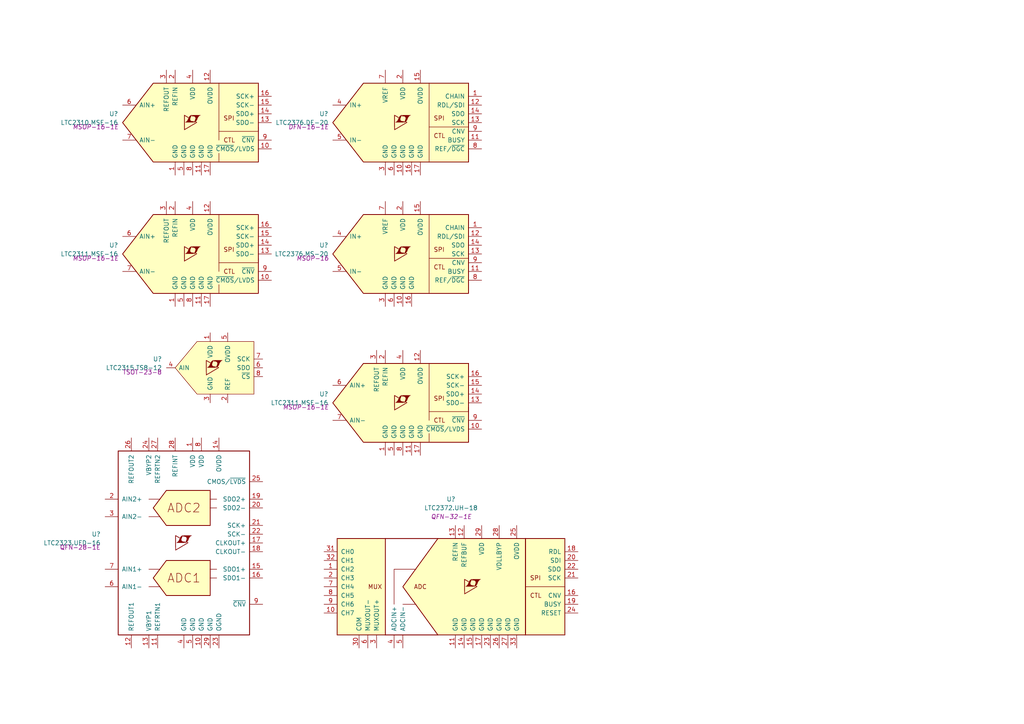
<source format=kicad_sch>
(kicad_sch (version 20201015) (generator eeschema)
  (paper "A4")
  (lib_symbols
    (symbol "ADI_DataConversion:LTC2310.MSE-16" (pin_names (offset 1.016))
      (property "Reference" "U" (at 7.62 12.7 0))
      (property "Value" "LTC2310.MSE-16" (at 7.62 -12.7 0))
      (symbol "LTC2310.MSE-16_0_0"
        (text "CTL" (at 8.89 -5.08 0) (effects (font (size 1.27 1.27)) (justify left)))
        (text "SPI" (at 8.89 1.27 0) (effects (font (size 1.27 1.27)) (justify left)))
        (polyline (pts (xy 0.5842 0.1016) (xy 0.762 0.2032) (xy 0.9144 0.3556) (xy 1.2192 0.762) (xy 1.3208 1.016) (xy 1.397 1.27) (xy 1.5494 1.5494) (xy 1.7272 1.778) (xy 1.905 1.9812) (xy 2.1082 2.1082) (xy 2.2606 2.159) (xy -0.0762 2.159) (xy -0.1524 2.032) (xy -0.1524 2.0066) (xy -0.2032 1.9304) (xy -0.2286 1.905) (xy -0.1778 1.8796) (xy 0.1016 1.8796) (xy 0.3556 1.8542) (xy 0.5588 1.778) (xy 0.7112 1.651) (xy 0.8128 1.4986) (xy 0.8636 1.3208) (xy 0.8382 1.0922) (xy 0.8382 1.0668) (xy 0.6096 0.4572) (xy 0.508 0.2794) (xy 0.4064 0.1524) (xy 0.3302 0.0762) (xy 0.4318 0.0762) (xy 0.5842 0.1016)) (stroke (width 0.0254)) (fill (type outline)))
        (polyline (pts (xy 0.2286 0.1778) (xy 0.254 0.2032) (xy 0.3048 0.2794) (xy 0.3048 0.3302) (xy 0.254 0.3556) (xy -0.0508 0.3556) (xy -0.3048 0.381) (xy -0.508 0.4826) (xy -0.6604 0.5842) (xy -0.7366 0.762) (xy -0.762 0.9398) (xy -0.7366 1.1684) (xy -0.7366 1.1938) (xy -0.6858 1.3462) (xy -0.5334 1.7018) (xy -0.381 2.0066) (xy -0.3048 2.0828) (xy -0.2286 2.1844) (xy -0.3556 2.159) (xy -0.508 2.1082) (xy -0.7112 1.9812) (xy -0.889 1.8034) (xy -1.0414 1.6002) (xy -1.1684 1.3208) (xy -1.1684 1.2954) (xy -1.3208 0.9652) (xy -1.4478 0.6858) (xy -1.6002 0.4572) (xy -1.7526 0.3048) (xy -1.9304 0.1778) (xy -2.1082 0.0762) (xy 0.1778 0.0762) (xy 0.2286 0.1778)) (stroke (width 0.0254)) (fill (type outline)))
        (polyline (pts (xy -2.3622 -2.1082) (xy -2.286 -2.0574) (xy -2.159 -1.9812) (xy -2.0828 -1.9304) (xy -1.8288 -1.778) (xy -1.27 -1.4732) (xy -0.762 -1.1684) (xy -0.5334 -1.016) (xy -0.3556 -0.9144) (xy -0.2032 -0.8128) (xy -0.1016 -0.762) (xy -0.0254 -0.7112) (xy 0.127 -0.635) (xy 0.3048 -0.5334) (xy 0.7112 -0.2794) (xy 0.889 -0.1778) (xy 1.0414 -0.0762) (xy 1.143 0) (xy 1.2192 0.0508) (xy 1.2446 0.0762) (xy 1.0922 0.1778) (xy 0.9398 0.2286) (xy 0.9144 0.2032) (xy 0.9144 0.1778) (xy 0.9906 0.127) (xy 1.0922 0.0508) (xy 0.1778 -0.4826) (xy -0.0254 -0.6096) (xy -0.3302 -0.7874) (xy -0.6604 -0.9652) (xy -0.9652 -1.1684) (xy -1.27 -1.3462) (xy -1.524 -1.4986) (xy -1.7272 -1.6002) (xy -1.905 -1.7272) (xy -2.0828 -1.8034) (xy -2.2098 -1.8796) (xy -2.3114 -1.9304) (xy -2.3368 -1.9558) (xy -2.3368 2.032) (xy -1.8034 1.7272) (xy -1.6764 1.651) (xy -1.524 1.5494) (xy -1.3716 1.4732) (xy -1.2954 1.4478) (xy -1.2446 1.4224) (xy -1.2192 1.4224) (xy -1.2192 1.4732) (xy -1.2954 1.524) (xy -1.4224 1.6256) (xy -1.6002 1.7272) (xy -1.7272 1.8034) (xy -2.0828 2.0066) (xy -2.2098 2.0828) (xy -2.4638 2.2098) (xy -2.4638 -1.0668) (xy -2.4384 -1.3716) (xy -2.4384 -2.1336) (xy -2.413 -2.1336) (xy -2.3622 -2.1082)) (stroke (width 0.0254)) (fill (type outline)))
      )
      (symbol "LTC2310.MSE-16_0_1"
        (polyline (pts (xy 7.62 -11.43) (xy 7.62 -8.89)))
        (polyline (pts (xy 7.62 11.43) (xy 7.62 -5.08)))
        (polyline (pts (xy 7.62 -2.54) (xy 19.05 -2.54) (xy 19.05 -1.27)))
        (polyline (pts (xy 19.05 11.43) (xy 19.05 -11.43) (xy -11.43 -11.43) (xy -20.32 0) (xy -11.43 11.43) (xy 19.05 11.43)) (stroke (width 0.254)) (fill (type background)))
      )
      (symbol "LTC2310.MSE-16_1_1"
        (pin power_in line (at -5.08 -15.24 90) (length 3.81) (name "GND") (number "1"))
        (pin input line (at 22.86 -7.62 180) (length 3.81) (name "~CMOS~/LVDS") (number "10"))
        (pin power_in line (at 2.54 -15.24 90) (length 3.81) (name "GND") (number "11"))
        (pin power_in line (at 5.08 15.24 270) (length 3.81) (name "OVDD") (number "12"))
        (pin output line (at 22.86 0 180) (length 3.81) (name "SDO-") (number "13"))
        (pin output line (at 22.86 2.54 180) (length 3.81) (name "SDO+") (number "14"))
        (pin input line (at 22.86 5.08 180) (length 3.81) (name "SCK-") (number "15"))
        (pin input line (at 22.86 7.62 180) (length 3.81) (name "SCK+") (number "16"))
        (pin power_in line (at 5.08 -15.24 90) (length 3.81) (name "GND") (number "17"))
        (pin passive line (at -5.08 15.24 270) (length 3.81) (name "REFIN") (number "2"))
        (pin passive line (at -7.62 15.24 270) (length 3.81) (name "REFOUT") (number "3"))
        (pin power_in line (at 0 15.24 270) (length 3.81) (name "VDD") (number "4"))
        (pin power_in line (at -2.54 -15.24 90) (length 3.81) (name "GND") (number "5"))
        (pin input line (at -20.32 5.08 0) (length 3.81) (name "AIN+") (number "6"))
        (pin input line (at -20.32 -5.08 0) (length 3.81) (name "AIN-") (number "7"))
        (pin power_in line (at 0 -15.24 90) (length 3.81) (name "GND") (number "8"))
        (pin input line (at 22.86 -5.08 180) (length 3.81) (name "~CNV~") (number "9"))
      )
    )
    (symbol "ADI_DataConversion:LTC2311.MSE-16" (pin_names (offset 1.016))
      (property "Reference" "U" (at 7.62 12.7 0))
      (property "Value" "LTC2311.MSE-16" (at 7.62 -12.7 0))
      (symbol "LTC2311.MSE-16_0_0"
        (text "CTL" (at 8.89 -5.08 0) (effects (font (size 1.27 1.27)) (justify left)))
        (text "SPI" (at 8.89 1.27 0) (effects (font (size 1.27 1.27)) (justify left)))
        (polyline (pts (xy 0.5842 0.1016) (xy 0.762 0.2032) (xy 0.9144 0.3556) (xy 1.2192 0.762) (xy 1.3208 1.016) (xy 1.397 1.27) (xy 1.5494 1.5494) (xy 1.7272 1.778) (xy 1.905 1.9812) (xy 2.1082 2.1082) (xy 2.2606 2.159) (xy -0.0762 2.159) (xy -0.1524 2.032) (xy -0.1524 2.0066) (xy -0.2032 1.9304) (xy -0.2286 1.905) (xy -0.1778 1.8796) (xy 0.1016 1.8796) (xy 0.3556 1.8542) (xy 0.5588 1.778) (xy 0.7112 1.651) (xy 0.8128 1.4986) (xy 0.8636 1.3208) (xy 0.8382 1.0922) (xy 0.8382 1.0668) (xy 0.6096 0.4572) (xy 0.508 0.2794) (xy 0.4064 0.1524) (xy 0.3302 0.0762) (xy 0.4318 0.0762) (xy 0.5842 0.1016)) (stroke (width 0.0254)) (fill (type outline)))
        (polyline (pts (xy 0.2286 0.1778) (xy 0.254 0.2032) (xy 0.3048 0.2794) (xy 0.3048 0.3302) (xy 0.254 0.3556) (xy -0.0508 0.3556) (xy -0.3048 0.381) (xy -0.508 0.4826) (xy -0.6604 0.5842) (xy -0.7366 0.762) (xy -0.762 0.9398) (xy -0.7366 1.1684) (xy -0.7366 1.1938) (xy -0.6858 1.3462) (xy -0.5334 1.7018) (xy -0.381 2.0066) (xy -0.3048 2.0828) (xy -0.2286 2.1844) (xy -0.3556 2.159) (xy -0.508 2.1082) (xy -0.7112 1.9812) (xy -0.889 1.8034) (xy -1.0414 1.6002) (xy -1.1684 1.3208) (xy -1.1684 1.2954) (xy -1.3208 0.9652) (xy -1.4478 0.6858) (xy -1.6002 0.4572) (xy -1.7526 0.3048) (xy -1.9304 0.1778) (xy -2.1082 0.0762) (xy 0.1778 0.0762) (xy 0.2286 0.1778)) (stroke (width 0.0254)) (fill (type outline)))
        (polyline (pts (xy -2.3622 -2.1082) (xy -2.286 -2.0574) (xy -2.159 -1.9812) (xy -2.0828 -1.9304) (xy -1.8288 -1.778) (xy -1.27 -1.4732) (xy -0.762 -1.1684) (xy -0.5334 -1.016) (xy -0.3556 -0.9144) (xy -0.2032 -0.8128) (xy -0.1016 -0.762) (xy -0.0254 -0.7112) (xy 0.127 -0.635) (xy 0.3048 -0.5334) (xy 0.7112 -0.2794) (xy 0.889 -0.1778) (xy 1.0414 -0.0762) (xy 1.143 0) (xy 1.2192 0.0508) (xy 1.2446 0.0762) (xy 1.0922 0.1778) (xy 0.9398 0.2286) (xy 0.9144 0.2032) (xy 0.9144 0.1778) (xy 0.9906 0.127) (xy 1.0922 0.0508) (xy 0.1778 -0.4826) (xy -0.0254 -0.6096) (xy -0.3302 -0.7874) (xy -0.6604 -0.9652) (xy -0.9652 -1.1684) (xy -1.27 -1.3462) (xy -1.524 -1.4986) (xy -1.7272 -1.6002) (xy -1.905 -1.7272) (xy -2.0828 -1.8034) (xy -2.2098 -1.8796) (xy -2.3114 -1.9304) (xy -2.3368 -1.9558) (xy -2.3368 2.032) (xy -1.8034 1.7272) (xy -1.6764 1.651) (xy -1.524 1.5494) (xy -1.3716 1.4732) (xy -1.2954 1.4478) (xy -1.2446 1.4224) (xy -1.2192 1.4224) (xy -1.2192 1.4732) (xy -1.2954 1.524) (xy -1.4224 1.6256) (xy -1.6002 1.7272) (xy -1.7272 1.8034) (xy -2.0828 2.0066) (xy -2.2098 2.0828) (xy -2.4638 2.2098) (xy -2.4638 -1.0668) (xy -2.4384 -1.3716) (xy -2.4384 -2.1336) (xy -2.413 -2.1336) (xy -2.3622 -2.1082)) (stroke (width 0.0254)) (fill (type outline)))
      )
      (symbol "LTC2311.MSE-16_0_1"
        (polyline (pts (xy 7.62 -11.43) (xy 7.62 -8.89)))
        (polyline (pts (xy 7.62 11.43) (xy 7.62 -5.08)))
        (polyline (pts (xy 7.62 -2.54) (xy 19.05 -2.54) (xy 19.05 -1.27)))
        (polyline (pts (xy 19.05 11.43) (xy 19.05 -11.43) (xy -11.43 -11.43) (xy -20.32 0) (xy -11.43 11.43) (xy 19.05 11.43)) (stroke (width 0.254)) (fill (type background)))
      )
      (symbol "LTC2311.MSE-16_1_1"
        (pin power_in line (at -5.08 -15.24 90) (length 3.81) (name "GND") (number "1"))
        (pin input line (at 22.86 -7.62 180) (length 3.81) (name "~CMOS~/LVDS") (number "10"))
        (pin power_in line (at 2.54 -15.24 90) (length 3.81) (name "GND") (number "11"))
        (pin power_in line (at 5.08 15.24 270) (length 3.81) (name "OVDD") (number "12"))
        (pin output line (at 22.86 0 180) (length 3.81) (name "SDO-") (number "13"))
        (pin output line (at 22.86 2.54 180) (length 3.81) (name "SDO+") (number "14"))
        (pin input line (at 22.86 5.08 180) (length 3.81) (name "SCK-") (number "15"))
        (pin input line (at 22.86 7.62 180) (length 3.81) (name "SCK+") (number "16"))
        (pin power_in line (at 5.08 -15.24 90) (length 3.81) (name "GND") (number "17"))
        (pin passive line (at -5.08 15.24 270) (length 3.81) (name "REFIN") (number "2"))
        (pin passive line (at -7.62 15.24 270) (length 3.81) (name "REFOUT") (number "3"))
        (pin power_in line (at 0 15.24 270) (length 3.81) (name "VDD") (number "4"))
        (pin power_in line (at -2.54 -15.24 90) (length 3.81) (name "GND") (number "5"))
        (pin input line (at -20.32 5.08 0) (length 3.81) (name "AIN+") (number "6"))
        (pin input line (at -20.32 -5.08 0) (length 3.81) (name "AIN-") (number "7"))
        (pin power_in line (at 0 -15.24 90) (length 3.81) (name "GND") (number "8"))
        (pin input line (at 22.86 -5.08 180) (length 3.81) (name "~CNV~") (number "9"))
      )
    )
    (symbol "ADI_DataConversion:LTC2315.TS8-12" (pin_names (offset 1.016))
      (property "Reference" "U" (at 3.81 8.89 0))
      (property "Value" "LTC2315.TS8-12" (at 3.81 -8.89 0))
      (property "Datasheet" "http://www.linear.com/product/LTC2315-12" (at -2.54 0 0))
      (symbol "LTC2315.TS8-12_0_0"
        (polyline (pts (xy 10.16 -7.62) (xy 10.16 7.62) (xy -6.35 7.62) (xy -12.7 0) (xy -6.35 -7.62) (xy 10.16 -7.62)) (fill (type background)))
        (polyline (pts (xy -0.6858 0.1016) (xy -0.508 0.2032) (xy -0.3556 0.3556) (xy -0.0508 0.762) (xy 0.0508 1.016) (xy 0.127 1.27) (xy 0.2794 1.5494) (xy 0.4572 1.778) (xy 0.635 1.9812) (xy 0.8382 2.1082) (xy 0.9906 2.159) (xy -1.3462 2.159) (xy -1.4224 2.032) (xy -1.4224 2.0066) (xy -1.4732 1.9304) (xy -1.4986 1.905) (xy -1.4478 1.8796) (xy -1.1684 1.8796) (xy -0.9144 1.8542) (xy -0.7112 1.778) (xy -0.5588 1.651) (xy -0.4572 1.4986) (xy -0.4064 1.3208) (xy -0.4318 1.0922) (xy -0.4318 1.0668) (xy -0.6604 0.4572) (xy -0.762 0.2794) (xy -0.8636 0.1524) (xy -0.9398 0.0762) (xy -0.8382 0.0762) (xy -0.6858 0.1016)) (stroke (width 0.0254)) (fill (type outline)))
        (polyline (pts (xy -1.0414 0.1778) (xy -1.016 0.2032) (xy -0.9652 0.2794) (xy -0.9652 0.3302) (xy -1.016 0.3556) (xy -1.3208 0.3556) (xy -1.5748 0.381) (xy -1.778 0.4826) (xy -1.9304 0.5842) (xy -2.0066 0.762) (xy -2.032 0.9398) (xy -2.0066 1.1684) (xy -2.0066 1.1938) (xy -1.9558 1.3462) (xy -1.8034 1.7018) (xy -1.651 2.0066) (xy -1.5748 2.0828) (xy -1.4986 2.1844) (xy -1.6256 2.159) (xy -1.778 2.1082) (xy -1.9812 1.9812) (xy -2.159 1.8034) (xy -2.3114 1.6002) (xy -2.4384 1.3208) (xy -2.4384 1.2954) (xy -2.5908 0.9652) (xy -2.7178 0.6858) (xy -2.8702 0.4572) (xy -3.0226 0.3048) (xy -3.2004 0.1778) (xy -3.3782 0.0762) (xy -1.0922 0.0762) (xy -1.0414 0.1778)) (stroke (width 0.0254)) (fill (type outline)))
        (polyline (pts (xy -3.6322 -2.1082) (xy -3.556 -2.0574) (xy -3.429 -1.9812) (xy -3.3528 -1.9304) (xy -3.0988 -1.778) (xy -2.54 -1.4732) (xy -2.032 -1.1684) (xy -1.8034 -1.016) (xy -1.6256 -0.9144) (xy -1.4732 -0.8128) (xy -1.3716 -0.762) (xy -1.2954 -0.7112) (xy -1.143 -0.635) (xy -0.9652 -0.5334) (xy -0.5588 -0.2794) (xy -0.381 -0.1778) (xy -0.2286 -0.0762) (xy -0.127 0) (xy -0.0508 0.0508) (xy -0.0254 0.0762) (xy -0.1778 0.1778) (xy -0.3302 0.2286) (xy -0.3556 0.2032) (xy -0.3556 0.1778) (xy -0.2794 0.127) (xy -0.1778 0.0508) (xy -1.0922 -0.4826) (xy -1.2954 -0.6096) (xy -1.6002 -0.7874) (xy -1.9304 -0.9652) (xy -2.2352 -1.1684) (xy -2.54 -1.3462) (xy -2.794 -1.4986) (xy -2.9972 -1.6002) (xy -3.175 -1.7272) (xy -3.3528 -1.8034) (xy -3.4798 -1.8796) (xy -3.5814 -1.9304) (xy -3.6068 -1.9558) (xy -3.6068 2.032) (xy -3.0734 1.7272) (xy -2.9464 1.651) (xy -2.794 1.5494) (xy -2.6416 1.4732) (xy -2.5654 1.4478) (xy -2.5146 1.4224) (xy -2.4892 1.4224) (xy -2.4892 1.4732) (xy -2.5654 1.524) (xy -2.6924 1.6256) (xy -2.8702 1.7272) (xy -2.9972 1.8034) (xy -3.3528 2.0066) (xy -3.4798 2.0828) (xy -3.7338 2.2098) (xy -3.7338 -1.0668) (xy -3.7084 -1.3716) (xy -3.7084 -2.1336) (xy -3.683 -2.1336) (xy -3.6322 -2.1082)) (stroke (width 0.0254)) (fill (type outline)))
      )
      (symbol "LTC2315.TS8-12_1_1"
        (pin power_in line (at -2.54 10.16 270) (length 2.54) (name "VDD") (number "1"))
        (pin passive line (at 2.54 -10.16 90) (length 2.54) (name "REF") (number "2"))
        (pin power_in line (at -2.54 -10.16 90) (length 2.54) (name "GND") (number "3"))
        (pin input line (at -15.24 0 0) (length 2.54) (name "AIN") (number "4"))
        (pin power_in line (at 2.54 10.16 270) (length 2.54) (name "OVDD") (number "5"))
        (pin output line (at 12.7 0 180) (length 2.54) (name "SDO") (number "6"))
        (pin input line (at 12.7 2.54 180) (length 2.54) (name "SCK") (number "7"))
        (pin input line (at 12.7 -2.54 180) (length 2.54) (name "~CS~") (number "8"))
      )
    )
    (symbol "ADI_DataConversion:LTC2323.UFD-16" (pin_names (offset 1.016))
      (property "Reference" "U" (at 11.43 27.94 0))
      (property "Value" "LTC2323.UFD-16" (at 11.43 -27.94 0))
      (property "Datasheet" "http://www.linear.com/product/LTC2323-16" (at -2.54 3.81 0))
      (symbol "LTC2323.UFD-16_0_0"
        (text "ADC1" (at 0 -10.16 0) (effects (font (size 2.54 2.54))))
        (text "ADC2" (at 0 10.16 0) (effects (font (size 2.54 2.54))))
        (polyline (pts (xy -10.16 7.62) (xy -6.985 7.62)))
        (polyline (pts (xy -6.985 12.7) (xy -10.16 12.7)))
        (polyline (pts (xy 7.62 5.08) (xy 7.62 15.24) (xy -5.08 15.24) (xy -8.89 10.16) (xy -5.08 5.08) (xy 7.62 5.08)) (stroke (width 0.254)) (fill (type background)))
        (polyline (pts (xy 0.5842 0.1016) (xy 0.762 0.2032) (xy 0.9144 0.3556) (xy 1.2192 0.762) (xy 1.3208 1.016) (xy 1.397 1.27) (xy 1.5494 1.5494) (xy 1.7272 1.778) (xy 1.905 1.9812) (xy 2.1082 2.1082) (xy 2.2606 2.159) (xy -0.0762 2.159) (xy -0.1524 2.032) (xy -0.1524 2.0066) (xy -0.2032 1.9304) (xy -0.2286 1.905) (xy -0.1778 1.8796) (xy 0.1016 1.8796) (xy 0.3556 1.8542) (xy 0.5588 1.778) (xy 0.7112 1.651) (xy 0.8128 1.4986) (xy 0.8636 1.3208) (xy 0.8382 1.0922) (xy 0.8382 1.0668) (xy 0.6096 0.4572) (xy 0.508 0.2794) (xy 0.4064 0.1524) (xy 0.3302 0.0762) (xy 0.4318 0.0762) (xy 0.5842 0.1016)) (stroke (width 0.0254)) (fill (type outline)))
        (polyline (pts (xy 0.2286 0.1778) (xy 0.254 0.2032) (xy 0.3048 0.2794) (xy 0.3048 0.3302) (xy 0.254 0.3556) (xy -0.0508 0.3556) (xy -0.3048 0.381) (xy -0.508 0.4826) (xy -0.6604 0.5842) (xy -0.7366 0.762) (xy -0.762 0.9398) (xy -0.7366 1.1684) (xy -0.7366 1.1938) (xy -0.6858 1.3462) (xy -0.5334 1.7018) (xy -0.381 2.0066) (xy -0.3048 2.0828) (xy -0.2286 2.1844) (xy -0.3556 2.159) (xy -0.508 2.1082) (xy -0.7112 1.9812) (xy -0.889 1.8034) (xy -1.0414 1.6002) (xy -1.1684 1.3208) (xy -1.1684 1.2954) (xy -1.3208 0.9652) (xy -1.4478 0.6858) (xy -1.6002 0.4572) (xy -1.7526 0.3048) (xy -1.9304 0.1778) (xy -2.1082 0.0762) (xy 0.1778 0.0762) (xy 0.2286 0.1778)) (stroke (width 0.0254)) (fill (type outline)))
        (polyline (pts (xy -2.3622 -2.1082) (xy -2.286 -2.0574) (xy -2.159 -1.9812) (xy -2.0828 -1.9304) (xy -1.8288 -1.778) (xy -1.27 -1.4732) (xy -0.762 -1.1684) (xy -0.5334 -1.016) (xy -0.3556 -0.9144) (xy -0.2032 -0.8128) (xy -0.1016 -0.762) (xy -0.0254 -0.7112) (xy 0.127 -0.635) (xy 0.3048 -0.5334) (xy 0.7112 -0.2794) (xy 0.889 -0.1778) (xy 1.0414 -0.0762) (xy 1.143 0) (xy 1.2192 0.0508) (xy 1.2446 0.0762) (xy 1.0922 0.1778) (xy 0.9398 0.2286) (xy 0.9144 0.2032) (xy 0.9144 0.1778) (xy 0.9906 0.127) (xy 1.0922 0.0508) (xy 0.1778 -0.4826) (xy -0.0254 -0.6096) (xy -0.3302 -0.7874) (xy -0.6604 -0.9652) (xy -0.9652 -1.1684) (xy -1.27 -1.3462) (xy -1.524 -1.4986) (xy -1.7272 -1.6002) (xy -1.905 -1.7272) (xy -2.0828 -1.8034) (xy -2.2098 -1.8796) (xy -2.3114 -1.9304) (xy -2.3368 -1.9558) (xy -2.3368 2.032) (xy -1.8034 1.7272) (xy -1.6764 1.651) (xy -1.524 1.5494) (xy -1.3716 1.4732) (xy -1.2954 1.4478) (xy -1.2446 1.4224) (xy -1.2192 1.4224) (xy -1.2192 1.4732) (xy -1.2954 1.524) (xy -1.4224 1.6256) (xy -1.6002 1.7272) (xy -1.7272 1.8034) (xy -2.0828 2.0066) (xy -2.2098 2.0828) (xy -2.4638 2.2098) (xy -2.4638 -1.0668) (xy -2.4384 -1.3716) (xy -2.4384 -2.1336) (xy -2.413 -2.1336) (xy -2.3622 -2.1082)) (stroke (width 0.0254)) (fill (type outline)))
      )
      (symbol "LTC2323.UFD-16_0_1"
        (rectangle (start -19.05 -26.67) (end 19.05 26.67) (stroke (width 0.254)))
        (polyline (pts (xy -6.985 -12.7) (xy -10.16 -12.7)))
        (polyline (pts (xy -6.985 -7.62) (xy -10.16 -7.62)))
        (polyline (pts (xy 7.62 -10.16) (xy 9.525 -10.16)))
        (polyline (pts (xy 7.62 10.16) (xy 9.525 10.16)))
        (polyline (pts (xy 9.525 -7.62) (xy 7.62 -7.62)))
        (polyline (pts (xy 9.525 12.7) (xy 7.62 12.7)))
        (polyline (pts (xy 7.62 -5.08) (xy -5.08 -5.08) (xy -8.89 -10.16) (xy -5.08 -15.24) (xy 7.62 -15.24) (xy 7.62 -5.08)) (stroke (width 0.254)) (fill (type background)))
      )
      (symbol "LTC2323.UFD-16_1_1"
        (pin power_in line (at 2.54 30.48 270) (length 3.81) (name "VDD") (number "1"))
        (pin power_in line (at 5.08 -30.48 90) (length 3.81) (name "GND") (number "10"))
        (pin passive line (at -7.62 -30.48 90) (length 3.81) (name "REFRTN1") (number "11"))
        (pin passive line (at -15.24 -30.48 90) (length 3.81) (name "REFOUT1") (number "12"))
        (pin passive line (at -10.16 -30.48 90) (length 3.81) (name "VBYP1") (number "13"))
        (pin power_in line (at 10.16 30.48 270) (length 3.81) (name "OVDD") (number "14"))
        (pin output line (at 22.86 -7.62 180) (length 3.81) (name "SDO1+") (number "15"))
        (pin output line (at 22.86 -10.16 180) (length 3.81) (name "SDO1-") (number "16"))
        (pin output line (at 22.86 0 180) (length 3.81) (name "CLKOUT+") (number "17"))
        (pin output line (at 22.86 -2.54 180) (length 3.81) (name "CLKOUT-") (number "18"))
        (pin output line (at 22.86 12.7 180) (length 3.81) (name "SDO2+") (number "19"))
        (pin input line (at -22.86 12.7 0) (length 3.81) (name "AIN2+") (number "2"))
        (pin output line (at 22.86 10.16 180) (length 3.81) (name "SDO2-") (number "20"))
        (pin input line (at 22.86 5.08 180) (length 3.81) (name "SCK+") (number "21"))
        (pin input line (at 22.86 2.54 180) (length 3.81) (name "SCK-") (number "22"))
        (pin passive line (at 10.16 -30.48 90) (length 3.81) (name "OGND") (number "23"))
        (pin passive line (at -10.16 30.48 270) (length 3.81) (name "VBYP2") (number "24"))
        (pin input line (at 22.86 17.78 180) (length 3.81) (name "CMOS/~LVDS~") (number "25"))
        (pin passive line (at -15.24 30.48 270) (length 3.81) (name "REFOUT2") (number "26"))
        (pin passive line (at -7.62 30.48 270) (length 3.81) (name "REFRTN2") (number "27"))
        (pin passive line (at -2.54 30.48 270) (length 3.81) (name "REFINT") (number "28"))
        (pin power_in line (at 7.62 -30.48 90) (length 3.81) (name "GND") (number "29"))
        (pin input line (at -22.86 7.62 0) (length 3.81) (name "AIN2-") (number "3"))
        (pin power_in line (at 0 -30.48 90) (length 3.81) (name "GND") (number "4"))
        (pin power_in line (at 2.54 -30.48 90) (length 3.81) (name "GND") (number "5"))
        (pin input line (at -22.86 -12.7 0) (length 3.81) (name "AIN1-") (number "6"))
        (pin input line (at -22.86 -7.62 0) (length 3.81) (name "AIN1+") (number "7"))
        (pin power_in line (at 5.08 30.48 270) (length 3.81) (name "VDD") (number "8"))
        (pin input line (at 22.86 -17.78 180) (length 3.81) (name "~CNV~") (number "9"))
      )
    )
    (symbol "ADI_DataConversion:LTC2372.UH-18" (pin_names (offset 1.016))
      (property "Reference" "U" (at 20.32 15.24 0))
      (property "Value" "LTC2372.UH-18" (at 20.32 -15.24 0))
      (symbol "LTC2372.UH-18_0_0"
        (text "ADC" (at -10.16 0 0) (effects (font (size 1.27 1.27))))
        (text "CTL" (at 21.59 -2.54 0) (effects (font (size 1.27 1.27)) (justify left)))
        (text "MUX" (at -25.4 0 0) (effects (font (size 1.27 1.27)) (justify left)))
        (text "SPI" (at 21.59 2.54 0) (effects (font (size 1.27 1.27)) (justify left)))
        (polyline (pts (xy 5.6642 0.1016) (xy 5.842 0.2032) (xy 5.9944 0.3556) (xy 6.2992 0.762) (xy 6.4008 1.016) (xy 6.477 1.27) (xy 6.6294 1.5494) (xy 6.8072 1.778) (xy 6.985 1.9812) (xy 7.1882 2.1082) (xy 7.3406 2.159) (xy 5.0038 2.159) (xy 4.9276 2.032) (xy 4.9276 2.0066) (xy 4.8768 1.9304) (xy 4.8514 1.905) (xy 4.9022 1.8796) (xy 5.1816 1.8796) (xy 5.4356 1.8542) (xy 5.6388 1.778) (xy 5.7912 1.651) (xy 5.8928 1.4986) (xy 5.9436 1.3208) (xy 5.9182 1.0922) (xy 5.9182 1.0668) (xy 5.6896 0.4572) (xy 5.588 0.2794) (xy 5.4864 0.1524) (xy 5.4102 0.0762) (xy 5.5118 0.0762) (xy 5.6642 0.1016)) (stroke (width 0.0254)) (fill (type outline)))
        (polyline (pts (xy 5.3086 0.1778) (xy 5.334 0.2032) (xy 5.3848 0.2794) (xy 5.3848 0.3302) (xy 5.334 0.3556) (xy 5.0292 0.3556) (xy 4.7752 0.381) (xy 4.572 0.4826) (xy 4.4196 0.5842) (xy 4.3434 0.762) (xy 4.318 0.9398) (xy 4.3434 1.1684) (xy 4.3434 1.1938) (xy 4.3942 1.3462) (xy 4.5466 1.7018) (xy 4.699 2.0066) (xy 4.7752 2.0828) (xy 4.8514 2.1844) (xy 4.7244 2.159) (xy 4.572 2.1082) (xy 4.3688 1.9812) (xy 4.191 1.8034) (xy 4.0386 1.6002) (xy 3.9116 1.3208) (xy 3.9116 1.2954) (xy 3.7592 0.9652) (xy 3.6322 0.6858) (xy 3.4798 0.4572) (xy 3.3274 0.3048) (xy 3.1496 0.1778) (xy 2.9718 0.0762) (xy 5.2578 0.0762) (xy 5.3086 0.1778)) (stroke (width 0.0254)) (fill (type outline)))
        (polyline (pts (xy 2.7178 -2.1082) (xy 2.794 -2.0574) (xy 2.921 -1.9812) (xy 2.9972 -1.9304) (xy 3.2512 -1.778) (xy 3.81 -1.4732) (xy 4.318 -1.1684) (xy 4.5466 -1.016) (xy 4.7244 -0.9144) (xy 4.8768 -0.8128) (xy 4.9784 -0.762) (xy 5.0546 -0.7112) (xy 5.207 -0.635) (xy 5.3848 -0.5334) (xy 5.7912 -0.2794) (xy 5.969 -0.1778) (xy 6.1214 -0.0762) (xy 6.223 0) (xy 6.2992 0.0508) (xy 6.3246 0.0762) (xy 6.1722 0.1778) (xy 6.0198 0.2286) (xy 5.9944 0.2032) (xy 5.9944 0.1778) (xy 6.0706 0.127) (xy 6.1722 0.0508) (xy 5.2578 -0.4826) (xy 5.0546 -0.6096) (xy 4.7498 -0.7874) (xy 4.4196 -0.9652) (xy 4.1148 -1.1684) (xy 3.81 -1.3462) (xy 3.556 -1.4986) (xy 3.3528 -1.6002) (xy 3.175 -1.7272) (xy 2.9972 -1.8034) (xy 2.8702 -1.8796) (xy 2.7686 -1.9304) (xy 2.7432 -1.9558) (xy 2.7432 2.032) (xy 3.2766 1.7272) (xy 3.4036 1.651) (xy 3.556 1.5494) (xy 3.7084 1.4732) (xy 3.7846 1.4478) (xy 3.8354 1.4224) (xy 3.8608 1.4224) (xy 3.8608 1.4732) (xy 3.7846 1.524) (xy 3.6576 1.6256) (xy 3.4798 1.7272) (xy 3.3528 1.8034) (xy 2.9972 2.0066) (xy 2.8702 2.0828) (xy 2.6162 2.2098) (xy 2.6162 -1.0668) (xy 2.6416 -1.3716) (xy 2.6416 -2.1336) (xy 2.667 -2.1336) (xy 2.7178 -2.1082)) (stroke (width 0.0254)) (fill (type outline)))
      )
      (symbol "LTC2372.UH-18_0_1"
        (rectangle (start 20.32 13.97) (end 31.75 -13.97) (stroke (width 0.254)) (fill (type background)))
        (polyline (pts (xy 20.32 0) (xy 31.75 0)))
        (polyline (pts (xy 20.32 13.97) (xy 20.32 -13.97) (xy -5.08 -13.97) (xy -15.24 0) (xy -5.08 13.97) (xy 20.32 13.97)) (stroke (width 0.254)) (fill (type background)))
      )
      (symbol "LTC2372.UH-18_1_1"
        (rectangle (start -34.29 13.97) (end -20.32 -13.97) (stroke (width 0.254)) (fill (type background)))
        (polyline (pts (xy -20.32 -13.97) (xy -5.08 -13.97)) (stroke (width 0.254)))
        (polyline (pts (xy -20.32 13.97) (xy -5.08 13.97)) (stroke (width 0.254)))
        (polyline (pts (xy -11.43 -5.08) (xy -15.24 -5.08)))
        (polyline (pts (xy -17.78 -5.08) (xy -17.78 5.08) (xy -11.43 5.08)))
        (pin input line (at -38.1 5.08 0) (length 3.81) (name "CH2") (number "1"))
        (pin input line (at -38.1 -7.62 0) (length 3.81) (name "CH7") (number "10"))
        (pin power_in line (at 0 -17.78 90) (length 3.81) (name "GND") (number "11"))
        (pin passive line (at 2.54 17.78 270) (length 3.81) (name "REFBUF") (number "12"))
        (pin passive line (at 0 17.78 270) (length 3.81) (name "REFIN") (number "13"))
        (pin power_in line (at 2.54 -17.78 90) (length 3.81) (name "GND") (number "14"))
        (pin power_in line (at 5.08 -17.78 90) (length 3.81) (name "GND") (number "15"))
        (pin input line (at 35.56 -2.54 180) (length 3.81) (name "CNV") (number "16"))
        (pin power_in line (at 7.62 -17.78 90) (length 3.81) (name "GND") (number "17"))
        (pin input line (at 35.56 10.16 180) (length 3.81) (name "RDL") (number "18"))
        (pin output line (at 35.56 -5.08 180) (length 3.81) (name "BUSY") (number "19"))
        (pin input line (at -38.1 2.54 0) (length 3.81) (name "CH3") (number "2"))
        (pin input line (at 35.56 7.62 180) (length 3.81) (name "SDI") (number "20"))
        (pin input line (at 35.56 2.54 180) (length 3.81) (name "SCK") (number "21"))
        (pin output line (at 35.56 5.08 180) (length 3.81) (name "SDO") (number "22"))
        (pin power_in line (at 10.16 -17.78 90) (length 3.81) (name "GND") (number "23"))
        (pin input line (at 35.56 -7.62 180) (length 3.81) (name "RESET") (number "24"))
        (pin power_in line (at 17.78 17.78 270) (length 3.81) (name "OVDD") (number "25"))
        (pin power_in line (at 12.7 -17.78 90) (length 3.81) (name "GND") (number "26"))
        (pin power_in line (at 15.24 -17.78 90) (length 3.81) (name "GND") (number "27"))
        (pin passive line (at 12.7 17.78 270) (length 3.81) (name "VDLLBYP") (number "28"))
        (pin power_in line (at 7.62 17.78 270) (length 3.81) (name "VDD") (number "29"))
        (pin output line (at -22.86 -17.78 90) (length 3.81) (name "MUXOUT+") (number "3"))
        (pin passive line (at -27.94 -17.78 90) (length 3.81) (name "COM") (number "30"))
        (pin input line (at -38.1 10.16 0) (length 3.81) (name "CH0") (number "31"))
        (pin input line (at -38.1 7.62 0) (length 3.81) (name "CH1") (number "32"))
        (pin power_in line (at 17.78 -17.78 90) (length 3.81) (name "GND") (number "33"))
        (pin input line (at -17.78 -17.78 90) (length 3.81) (name "ADCIN+") (number "4"))
        (pin input line (at -15.24 -17.78 90) (length 3.81) (name "ADCIN-") (number "5"))
        (pin output line (at -25.4 -17.78 90) (length 3.81) (name "MUXOUT-") (number "6"))
        (pin input line (at -38.1 0 0) (length 3.81) (name "CH4") (number "7"))
        (pin input line (at -38.1 -2.54 0) (length 3.81) (name "CH5") (number "8"))
        (pin input line (at -38.1 -5.08 0) (length 3.81) (name "CH6") (number "9"))
      )
    )
    (symbol "ADI_DataConversion:LTC2376.DE-20" (pin_names (offset 1.016))
      (property "Reference" "U" (at 7.62 12.7 0))
      (property "Value" "LTC2376.DE-20" (at 7.62 -12.7 0))
      (symbol "LTC2376.DE-20_0_0"
        (text "CTL" (at 8.89 -3.81 0) (effects (font (size 1.27 1.27)) (justify left)))
        (text "SPI" (at 8.89 1.27 0) (effects (font (size 1.27 1.27)) (justify left)))
        (polyline (pts (xy 0.5842 0.1016) (xy 0.762 0.2032) (xy 0.9144 0.3556) (xy 1.2192 0.762) (xy 1.3208 1.016) (xy 1.397 1.27) (xy 1.5494 1.5494) (xy 1.7272 1.778) (xy 1.905 1.9812) (xy 2.1082 2.1082) (xy 2.2606 2.159) (xy -0.0762 2.159) (xy -0.1524 2.032) (xy -0.1524 2.0066) (xy -0.2032 1.9304) (xy -0.2286 1.905) (xy -0.1778 1.8796) (xy 0.1016 1.8796) (xy 0.3556 1.8542) (xy 0.5588 1.778) (xy 0.7112 1.651) (xy 0.8128 1.4986) (xy 0.8636 1.3208) (xy 0.8382 1.0922) (xy 0.8382 1.0668) (xy 0.6096 0.4572) (xy 0.508 0.2794) (xy 0.4064 0.1524) (xy 0.3302 0.0762) (xy 0.4318 0.0762) (xy 0.5842 0.1016)) (stroke (width 0.0254)) (fill (type outline)))
        (polyline (pts (xy 0.2286 0.1778) (xy 0.254 0.2032) (xy 0.3048 0.2794) (xy 0.3048 0.3302) (xy 0.254 0.3556) (xy -0.0508 0.3556) (xy -0.3048 0.381) (xy -0.508 0.4826) (xy -0.6604 0.5842) (xy -0.7366 0.762) (xy -0.762 0.9398) (xy -0.7366 1.1684) (xy -0.7366 1.1938) (xy -0.6858 1.3462) (xy -0.5334 1.7018) (xy -0.381 2.0066) (xy -0.3048 2.0828) (xy -0.2286 2.1844) (xy -0.3556 2.159) (xy -0.508 2.1082) (xy -0.7112 1.9812) (xy -0.889 1.8034) (xy -1.0414 1.6002) (xy -1.1684 1.3208) (xy -1.1684 1.2954) (xy -1.3208 0.9652) (xy -1.4478 0.6858) (xy -1.6002 0.4572) (xy -1.7526 0.3048) (xy -1.9304 0.1778) (xy -2.1082 0.0762) (xy 0.1778 0.0762) (xy 0.2286 0.1778)) (stroke (width 0.0254)) (fill (type outline)))
        (polyline (pts (xy -2.3622 -2.1082) (xy -2.286 -2.0574) (xy -2.159 -1.9812) (xy -2.0828 -1.9304) (xy -1.8288 -1.778) (xy -1.27 -1.4732) (xy -0.762 -1.1684) (xy -0.5334 -1.016) (xy -0.3556 -0.9144) (xy -0.2032 -0.8128) (xy -0.1016 -0.762) (xy -0.0254 -0.7112) (xy 0.127 -0.635) (xy 0.3048 -0.5334) (xy 0.7112 -0.2794) (xy 0.889 -0.1778) (xy 1.0414 -0.0762) (xy 1.143 0) (xy 1.2192 0.0508) (xy 1.2446 0.0762) (xy 1.0922 0.1778) (xy 0.9398 0.2286) (xy 0.9144 0.2032) (xy 0.9144 0.1778) (xy 0.9906 0.127) (xy 1.0922 0.0508) (xy 0.1778 -0.4826) (xy -0.0254 -0.6096) (xy -0.3302 -0.7874) (xy -0.6604 -0.9652) (xy -0.9652 -1.1684) (xy -1.27 -1.3462) (xy -1.524 -1.4986) (xy -1.7272 -1.6002) (xy -1.905 -1.7272) (xy -2.0828 -1.8034) (xy -2.2098 -1.8796) (xy -2.3114 -1.9304) (xy -2.3368 -1.9558) (xy -2.3368 2.032) (xy -1.8034 1.7272) (xy -1.6764 1.651) (xy -1.524 1.5494) (xy -1.3716 1.4732) (xy -1.2954 1.4478) (xy -1.2446 1.4224) (xy -1.2192 1.4224) (xy -1.2192 1.4732) (xy -1.2954 1.524) (xy -1.4224 1.6256) (xy -1.6002 1.7272) (xy -1.7272 1.8034) (xy -2.0828 2.0066) (xy -2.2098 2.0828) (xy -2.4638 2.2098) (xy -2.4638 -1.0668) (xy -2.4384 -1.3716) (xy -2.4384 -2.1336) (xy -2.413 -2.1336) (xy -2.3622 -2.1082)) (stroke (width 0.0254)) (fill (type outline)))
      )
      (symbol "LTC2376.DE-20_0_1"
        (polyline (pts (xy 7.62 -1.27) (xy 19.05 -1.27)))
        (polyline (pts (xy 7.62 11.43) (xy 7.62 -11.43)))
        (polyline (pts (xy 19.05 11.43) (xy 19.05 -11.43) (xy -11.43 -11.43) (xy -20.32 0) (xy -11.43 11.43) (xy 19.05 11.43)) (stroke (width 0.254)) (fill (type background)))
      )
      (symbol "LTC2376.DE-20_1_1"
        (pin input line (at 22.86 7.62 180) (length 3.81) (name "CHAIN") (number "1"))
        (pin power_in line (at 0 -15.24 90) (length 3.81) (name "GND") (number "10"))
        (pin output line (at 22.86 -5.08 180) (length 3.81) (name "BUSY") (number "11"))
        (pin input line (at 22.86 5.08 180) (length 3.81) (name "RDL/SDI") (number "12"))
        (pin input line (at 22.86 0 180) (length 3.81) (name "SCK") (number "13"))
        (pin output line (at 22.86 2.54 180) (length 3.81) (name "SDO") (number "14"))
        (pin power_in line (at 5.08 15.24 270) (length 3.81) (name "OVDD") (number "15"))
        (pin power_in line (at 2.54 -15.24 90) (length 3.81) (name "GND") (number "16"))
        (pin power_in line (at 5.08 -15.24 90) (length 3.81) (name "GND") (number "17"))
        (pin power_in line (at 0 15.24 270) (length 3.81) (name "VDD") (number "2"))
        (pin power_in line (at -5.08 -15.24 90) (length 3.81) (name "GND") (number "3"))
        (pin input line (at -20.32 5.08 0) (length 3.81) (name "IN+") (number "4"))
        (pin input line (at -20.32 -5.08 0) (length 3.81) (name "IN-") (number "5"))
        (pin power_in line (at -2.54 -15.24 90) (length 3.81) (name "GND") (number "6"))
        (pin passive line (at -5.08 15.24 270) (length 3.81) (name "VREF") (number "7"))
        (pin input line (at 22.86 -7.62 180) (length 3.81) (name "REF/~DGC~") (number "8"))
        (pin input line (at 22.86 -2.54 180) (length 3.81) (name "CNV") (number "9"))
      )
    )
    (symbol "ADI_DataConversion:LTC2376.MS-20" (pin_names (offset 1.016))
      (property "Reference" "U" (at 7.62 12.7 0))
      (property "Value" "LTC2376.MS-20" (at 7.62 -12.7 0))
      (symbol "LTC2376.MS-20_0_0"
        (text "CTL" (at 8.89 -3.81 0) (effects (font (size 1.27 1.27)) (justify left)))
        (text "SPI" (at 8.89 1.27 0) (effects (font (size 1.27 1.27)) (justify left)))
        (polyline (pts (xy 0.5842 0.1016) (xy 0.762 0.2032) (xy 0.9144 0.3556) (xy 1.2192 0.762) (xy 1.3208 1.016) (xy 1.397 1.27) (xy 1.5494 1.5494) (xy 1.7272 1.778) (xy 1.905 1.9812) (xy 2.1082 2.1082) (xy 2.2606 2.159) (xy -0.0762 2.159) (xy -0.1524 2.032) (xy -0.1524 2.0066) (xy -0.2032 1.9304) (xy -0.2286 1.905) (xy -0.1778 1.8796) (xy 0.1016 1.8796) (xy 0.3556 1.8542) (xy 0.5588 1.778) (xy 0.7112 1.651) (xy 0.8128 1.4986) (xy 0.8636 1.3208) (xy 0.8382 1.0922) (xy 0.8382 1.0668) (xy 0.6096 0.4572) (xy 0.508 0.2794) (xy 0.4064 0.1524) (xy 0.3302 0.0762) (xy 0.4318 0.0762) (xy 0.5842 0.1016)) (stroke (width 0.0254)) (fill (type outline)))
        (polyline (pts (xy 0.2286 0.1778) (xy 0.254 0.2032) (xy 0.3048 0.2794) (xy 0.3048 0.3302) (xy 0.254 0.3556) (xy -0.0508 0.3556) (xy -0.3048 0.381) (xy -0.508 0.4826) (xy -0.6604 0.5842) (xy -0.7366 0.762) (xy -0.762 0.9398) (xy -0.7366 1.1684) (xy -0.7366 1.1938) (xy -0.6858 1.3462) (xy -0.5334 1.7018) (xy -0.381 2.0066) (xy -0.3048 2.0828) (xy -0.2286 2.1844) (xy -0.3556 2.159) (xy -0.508 2.1082) (xy -0.7112 1.9812) (xy -0.889 1.8034) (xy -1.0414 1.6002) (xy -1.1684 1.3208) (xy -1.1684 1.2954) (xy -1.3208 0.9652) (xy -1.4478 0.6858) (xy -1.6002 0.4572) (xy -1.7526 0.3048) (xy -1.9304 0.1778) (xy -2.1082 0.0762) (xy 0.1778 0.0762) (xy 0.2286 0.1778)) (stroke (width 0.0254)) (fill (type outline)))
        (polyline (pts (xy -2.3622 -2.1082) (xy -2.286 -2.0574) (xy -2.159 -1.9812) (xy -2.0828 -1.9304) (xy -1.8288 -1.778) (xy -1.27 -1.4732) (xy -0.762 -1.1684) (xy -0.5334 -1.016) (xy -0.3556 -0.9144) (xy -0.2032 -0.8128) (xy -0.1016 -0.762) (xy -0.0254 -0.7112) (xy 0.127 -0.635) (xy 0.3048 -0.5334) (xy 0.7112 -0.2794) (xy 0.889 -0.1778) (xy 1.0414 -0.0762) (xy 1.143 0) (xy 1.2192 0.0508) (xy 1.2446 0.0762) (xy 1.0922 0.1778) (xy 0.9398 0.2286) (xy 0.9144 0.2032) (xy 0.9144 0.1778) (xy 0.9906 0.127) (xy 1.0922 0.0508) (xy 0.1778 -0.4826) (xy -0.0254 -0.6096) (xy -0.3302 -0.7874) (xy -0.6604 -0.9652) (xy -0.9652 -1.1684) (xy -1.27 -1.3462) (xy -1.524 -1.4986) (xy -1.7272 -1.6002) (xy -1.905 -1.7272) (xy -2.0828 -1.8034) (xy -2.2098 -1.8796) (xy -2.3114 -1.9304) (xy -2.3368 -1.9558) (xy -2.3368 2.032) (xy -1.8034 1.7272) (xy -1.6764 1.651) (xy -1.524 1.5494) (xy -1.3716 1.4732) (xy -1.2954 1.4478) (xy -1.2446 1.4224) (xy -1.2192 1.4224) (xy -1.2192 1.4732) (xy -1.2954 1.524) (xy -1.4224 1.6256) (xy -1.6002 1.7272) (xy -1.7272 1.8034) (xy -2.0828 2.0066) (xy -2.2098 2.0828) (xy -2.4638 2.2098) (xy -2.4638 -1.0668) (xy -2.4384 -1.3716) (xy -2.4384 -2.1336) (xy -2.413 -2.1336) (xy -2.3622 -2.1082)) (stroke (width 0.0254)) (fill (type outline)))
      )
      (symbol "LTC2376.MS-20_0_1"
        (polyline (pts (xy 7.62 -1.27) (xy 19.05 -1.27)))
        (polyline (pts (xy 7.62 11.43) (xy 7.62 -11.43)))
        (polyline (pts (xy 19.05 11.43) (xy 19.05 -11.43) (xy -11.43 -11.43) (xy -20.32 0) (xy -11.43 11.43) (xy 19.05 11.43)) (stroke (width 0.254)) (fill (type background)))
      )
      (symbol "LTC2376.MS-20_1_1"
        (pin input line (at 22.86 7.62 180) (length 3.81) (name "CHAIN") (number "1"))
        (pin power_in line (at 0 -15.24 90) (length 3.81) (name "GND") (number "10"))
        (pin output line (at 22.86 -5.08 180) (length 3.81) (name "BUSY") (number "11"))
        (pin input line (at 22.86 5.08 180) (length 3.81) (name "RDL/SDI") (number "12"))
        (pin input line (at 22.86 0 180) (length 3.81) (name "SCK") (number "13"))
        (pin output line (at 22.86 2.54 180) (length 3.81) (name "SDO") (number "14"))
        (pin power_in line (at 5.08 15.24 270) (length 3.81) (name "OVDD") (number "15"))
        (pin power_in line (at 2.54 -15.24 90) (length 3.81) (name "GND") (number "16"))
        (pin power_in line (at 0 15.24 270) (length 3.81) (name "VDD") (number "2"))
        (pin power_in line (at -5.08 -15.24 90) (length 3.81) (name "GND") (number "3"))
        (pin input line (at -20.32 5.08 0) (length 3.81) (name "IN+") (number "4"))
        (pin input line (at -20.32 -5.08 0) (length 3.81) (name "IN-") (number "5"))
        (pin power_in line (at -2.54 -15.24 90) (length 3.81) (name "GND") (number "6"))
        (pin passive line (at -5.08 15.24 270) (length 3.81) (name "VREF") (number "7"))
        (pin input line (at 22.86 -7.62 180) (length 3.81) (name "REF/~DGC~") (number "8"))
        (pin input line (at 22.86 -2.54 180) (length 3.81) (name "CNV") (number "9"))
      )
    )
  )
  (symbol (lib_id "ADI_DataConversion:LTC2315.TS8-12") (at 63.5 106.68 0)
    (property "Reference" "U?" (at 46.99 104.14 0) (effects (justify right)))
    (property "Value" "LTC2315.TS8-12" (at 46.99 106.68 0) (effects (justify right)))
    (property "Footprint" "TSOT-23-8" (at 46.99 107.95 0) (effects (justify right)))
  )
  (symbol (lib_id "ADI_DataConversion:LTC2310.MSE-16") (at 55.88 35.56 0)
    (property "Reference" "U?" (at 34.29 33.02 0) (effects (justify right)))
    (property "Value" "LTC2310.MSE-16" (at 34.29 35.56 0) (effects (justify right)))
    (property "Footprint" "MSOP-16-1E" (at 34.29 36.83 0) (effects (font italic) (justify right)))
  )
  (symbol (lib_id "ADI_DataConversion:LTC2311.MSE-16") (at 55.88 73.66 0)
    (property "Reference" "U?" (at 34.29 71.12 0) (effects (justify right)))
    (property "Value" "LTC2311.MSE-16" (at 34.29 73.66 0) (effects (justify right)))
    (property "Footprint" "MSOP-16-1E" (at 34.29 74.93 0) (effects (font italic) (justify right)))
  )
  (symbol (lib_id "ADI_DataConversion:LTC2376.DE-20") (at 116.84 35.56 0)
    (property "Reference" "U?" (at 95.25 33.02 0) (effects (justify right)))
    (property "Value" "LTC2376.DE-20" (at 95.25 35.56 0) (effects (justify right)))
    (property "Footprint" "DFN-16-1E" (at 95.25 36.83 0) (effects (font italic) (justify right)))
  )
  (symbol (lib_id "ADI_DataConversion:LTC2376.MS-20") (at 116.84 73.66 0)
    (property "Reference" "U?" (at 95.25 71.12 0) (effects (justify right)))
    (property "Value" "LTC2376.MS-20" (at 95.25 73.66 0) (effects (justify right)))
    (property "Footprint" "MSOP-16" (at 95.25 74.93 0) (effects (font italic) (justify right)))
  )
  (symbol (lib_id "ADI_DataConversion:LTC2311.MSE-16") (at 116.84 116.84 0) (unit 1)
    (property "Reference" "U?" (at 95.25 114.3 0) (effects (justify right)))
    (property "Value" "LTC2311.MSE-16" (at 95.25 116.84 0) (effects (justify right)))
    (property "Footprint" "MSOP-16-1E" (at 95.25 118.11 0) (effects (font italic) (justify right)))
  )
  (symbol (lib_id "ADI_DataConversion:LTC2372.UH-18") (at 132.08 170.18 0)
    (property "Reference" "U?" (at 130.81 144.78 0))
    (property "Value" "LTC2372.UH-18" (at 130.81 147.32 0))
    (property "Footprint" "QFN-32-1E" (at 130.81 149.86 0) (effects (font italic)))
  )
  (symbol (lib_id "ADI_DataConversion:LTC2323.UFD-16") (at 53.34 157.48 0)
    (property "Reference" "U?" (at 29.21 154.94 0) (effects (justify right)))
    (property "Value" "LTC2323.UFD-16" (at 29.21 157.48 0) (effects (justify right)))
    (property "Footprint" "QFN-28-1E" (at 29.21 158.75 0) (effects (justify right)))
  )
)
</source>
